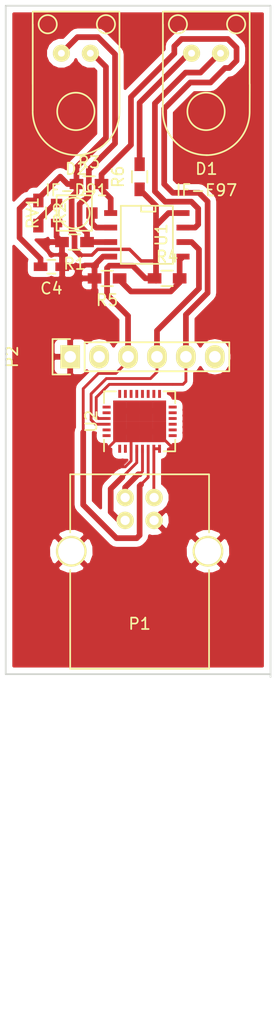
<source format=kicad_pcb>
(kicad_pcb (version 4) (host pcbnew 4.0.2-stable)

  (general
    (links 41)
    (no_connects 1)
    (area 83.337 70.25 107.750001 159.866001)
    (thickness 1.6)
    (drawings 7)
    (tracks 189)
    (zones 0)
    (modules 14)
    (nets 37)
  )

  (page A4)
  (layers
    (0 F.Cu signal)
    (31 B.Cu signal)
    (32 B.Adhes user)
    (33 F.Adhes user)
    (34 B.Paste user)
    (35 F.Paste user)
    (36 B.SilkS user)
    (37 F.SilkS user)
    (38 B.Mask user)
    (39 F.Mask user)
    (40 Dwgs.User user)
    (41 Cmts.User user)
    (42 Eco1.User user)
    (43 Eco2.User user)
    (44 Edge.Cuts user)
    (45 Margin user)
    (46 B.CrtYd user)
    (47 F.CrtYd user)
    (48 B.Fab user)
    (49 F.Fab user)
  )

  (setup
    (last_trace_width 0.5)
    (user_trace_width 0.3)
    (user_trace_width 0.5)
    (trace_clearance 0.2)
    (zone_clearance 0.508)
    (zone_45_only no)
    (trace_min 0.2)
    (segment_width 0.2)
    (edge_width 0.15)
    (via_size 0.6)
    (via_drill 0.4)
    (via_min_size 0.4)
    (via_min_drill 0.3)
    (uvia_size 0.3)
    (uvia_drill 0.1)
    (uvias_allowed no)
    (uvia_min_size 0.2)
    (uvia_min_drill 0.1)
    (pcb_text_width 0.3)
    (pcb_text_size 1.5 1.5)
    (mod_edge_width 0.15)
    (mod_text_size 1 1)
    (mod_text_width 0.15)
    (pad_size 1.5 1.5)
    (pad_drill 0.6)
    (pad_to_mask_clearance 0.2)
    (aux_axis_origin 0 0)
    (visible_elements 7FFFFFFF)
    (pcbplotparams
      (layerselection 0x00030_80000001)
      (usegerberextensions false)
      (excludeedgelayer true)
      (linewidth 0.100000)
      (plotframeref false)
      (viasonmask false)
      (mode 1)
      (useauxorigin false)
      (hpglpennumber 1)
      (hpglpenspeed 20)
      (hpglpendiameter 15)
      (hpglpenoverlay 2)
      (psnegative false)
      (psa4output false)
      (plotreference true)
      (plotvalue true)
      (plotinvisibletext false)
      (padsonsilk false)
      (subtractmaskfromsilk false)
      (outputformat 1)
      (mirror false)
      (drillshape 1)
      (scaleselection 1)
      (outputdirectory ""))
  )

  (net 0 "")
  (net 1 /GND)
  (net 2 /VCC)
  (net 3 "Net-(D1-Pad1)")
  (net 4 "Net-(D1-Pad2)")
  (net 5 "Net-(D2-Pad1)")
  (net 6 /RX)
  (net 7 /TX)
  (net 8 "Net-(R2-Pad2)")
  (net 9 "Net-(R4-Pad2)")
  (net 10 "Net-(RV1-Pad2)")
  (net 11 /D-)
  (net 12 /D+)
  (net 13 /RST)
  (net 14 /SUSP1)
  (net 15 /DCD)
  (net 16 /RI)
  (net 17 /SUSP2)
  (net 18 /CTS)
  (net 19 /RTS)
  (net 20 /DSR)
  (net 21 /DTR)
  (net 22 /Vdd)
  (net 23 "Net-(U2-Pad10)")
  (net 24 "Net-(U2-Pad13)")
  (net 25 "Net-(U2-Pad14)")
  (net 26 "Net-(U2-Pad15)")
  (net 27 "Net-(U2-Pad16)")
  (net 28 "Net-(U2-Pad17)")
  (net 29 "Net-(U2-Pad18)")
  (net 30 "Net-(U2-Pad19)")
  (net 31 "Net-(U2-Pad20)")
  (net 32 "Net-(U2-Pad21)")
  (net 33 "Net-(U2-Pad22)")
  (net 34 "Net-(P2-Pad2)")
  (net 35 "Net-(P2-Pad6)")
  (net 36 /Vbus)

  (net_class Default "This is the default net class."
    (clearance 0.2)
    (trace_width 0.25)
    (via_dia 0.6)
    (via_drill 0.4)
    (uvia_dia 0.3)
    (uvia_drill 0.1)
    (add_net /CTS)
    (add_net /D+)
    (add_net /D-)
    (add_net /DCD)
    (add_net /DSR)
    (add_net /DTR)
    (add_net /GND)
    (add_net /RI)
    (add_net /RST)
    (add_net /RTS)
    (add_net /RX)
    (add_net /SUSP1)
    (add_net /SUSP2)
    (add_net /TX)
    (add_net /VCC)
    (add_net /Vbus)
    (add_net /Vdd)
    (add_net "Net-(D1-Pad1)")
    (add_net "Net-(D1-Pad2)")
    (add_net "Net-(D2-Pad1)")
    (add_net "Net-(P2-Pad2)")
    (add_net "Net-(P2-Pad6)")
    (add_net "Net-(R2-Pad2)")
    (add_net "Net-(R4-Pad2)")
    (add_net "Net-(RV1-Pad2)")
    (add_net "Net-(U2-Pad10)")
    (add_net "Net-(U2-Pad13)")
    (add_net "Net-(U2-Pad14)")
    (add_net "Net-(U2-Pad15)")
    (add_net "Net-(U2-Pad16)")
    (add_net "Net-(U2-Pad17)")
    (add_net "Net-(U2-Pad18)")
    (add_net "Net-(U2-Pad19)")
    (add_net "Net-(U2-Pad20)")
    (add_net "Net-(U2-Pad21)")
    (add_net "Net-(U2-Pad22)")
  )

  (net_class Test ""
    (clearance 0.3)
    (trace_width 0.5)
    (via_dia 0.6)
    (via_drill 0.4)
    (uvia_dia 0.3)
    (uvia_drill 0.1)
  )

  (module Capacitors_SMD:C_0603_HandSoldering (layer F.Cu) (tedit 541A9B4D) (tstamp 570519D7)
    (at 88.011 93.59392 180)
    (descr "Capacitor SMD 0603, hand soldering")
    (tags "capacitor 0603")
    (path /5705332F)
    (attr smd)
    (fp_text reference C4 (at 0 -1.9 180) (layer F.SilkS)
      (effects (font (size 1 1) (thickness 0.15)))
    )
    (fp_text value C (at 0 1.9 180) (layer F.Fab)
      (effects (font (size 1 1) (thickness 0.15)))
    )
    (fp_line (start -1.85 -0.75) (end 1.85 -0.75) (layer F.CrtYd) (width 0.05))
    (fp_line (start -1.85 0.75) (end 1.85 0.75) (layer F.CrtYd) (width 0.05))
    (fp_line (start -1.85 -0.75) (end -1.85 0.75) (layer F.CrtYd) (width 0.05))
    (fp_line (start 1.85 -0.75) (end 1.85 0.75) (layer F.CrtYd) (width 0.05))
    (fp_line (start -0.35 -0.6) (end 0.35 -0.6) (layer F.SilkS) (width 0.15))
    (fp_line (start 0.35 0.6) (end -0.35 0.6) (layer F.SilkS) (width 0.15))
    (pad 1 smd rect (at -0.95 0 180) (size 1.2 0.75) (layers F.Cu F.Paste F.Mask)
      (net 1 /GND))
    (pad 2 smd rect (at 0.95 0 180) (size 1.2 0.75) (layers F.Cu F.Paste F.Mask)
      (net 2 /VCC))
    (model Capacitors_SMD.3dshapes/C_0603_HandSoldering.wrl
      (at (xyz 0 0 0))
      (scale (xyz 1 1 1))
      (rotate (xyz 0 0 0))
    )
  )

  (module hw:IF-E97 (layer F.Cu) (tedit 57051B85) (tstamp 570519E9)
    (at 101.6 80.01)
    (path /57029DC9)
    (fp_text reference D1 (at 0.02 5.02) (layer F.SilkS)
      (effects (font (size 1 1) (thickness 0.15)))
    )
    (fp_text value IF-E97 (at 0.03 6.89) (layer F.SilkS)
      (effects (font (size 1 1) (thickness 0.15)))
    )
    (fp_arc (start 0.03 -0.02) (end 0.12 3.81) (angle 90) (layer F.SilkS) (width 0.15))
    (fp_arc (start -0.01 -0.01) (end 3.82 -0.01) (angle 90) (layer F.SilkS) (width 0.15))
    (fp_line (start 3.83 -2.4) (end 3.82 -0.02) (layer F.SilkS) (width 0.15))
    (fp_circle (center -0.01 -0.01) (end 0 1.63) (layer F.SilkS) (width 0.15))
    (fp_line (start -3.79 -7.63) (end -3.8 -0.01) (layer F.SilkS) (width 0.15))
    (fp_line (start -3.79 -8.74) (end -2.46 -8.74) (layer F.SilkS) (width 0.15))
    (fp_circle (center 2.63 -7.64) (end 2.63 -6.84) (layer F.SilkS) (width 0.15))
    (fp_circle (center -2.48 -7.64) (end -2.49 -6.84) (layer F.SilkS) (width 0.15))
    (fp_line (start 3.82 -2.39) (end 3.82 -8.74) (layer F.SilkS) (width 0.15))
    (fp_line (start -3.8 -2.39) (end -3.8 -8.74) (layer F.SilkS) (width 0.15))
    (fp_line (start -3.8 -8.74) (end 3.82 -8.74) (layer F.SilkS) (width 0.15))
    (pad 1 thru_hole circle (at -1.28 -5.1) (size 1.5 1.5) (drill 0.6) (layers *.Mask F.Cu F.SilkS)
      (net 3 "Net-(D1-Pad1)"))
    (pad 2 thru_hole circle (at 1.26 -5.1) (size 1.5 1.5) (drill 0.6) (layers *.Mask F.Cu F.SilkS)
      (net 4 "Net-(D1-Pad2)"))
  )

  (module hw:IF-D91 (layer F.Cu) (tedit 57051B7E) (tstamp 570519EF)
    (at 90.17 80.01)
    (path /57029E87)
    (fp_text reference D2 (at 0.02 5.02) (layer F.SilkS)
      (effects (font (size 1 1) (thickness 0.15)))
    )
    (fp_text value IF-D91 (at 0.03 6.89) (layer F.SilkS)
      (effects (font (size 1 1) (thickness 0.15)))
    )
    (fp_arc (start 0.03 -0.02) (end 0.12 3.81) (angle 90) (layer F.SilkS) (width 0.15))
    (fp_arc (start -0.01 -0.01) (end 3.82 -0.01) (angle 90) (layer F.SilkS) (width 0.15))
    (fp_line (start 3.83 -2.4) (end 3.82 -0.02) (layer F.SilkS) (width 0.15))
    (fp_circle (center -0.01 -0.01) (end 0 1.63) (layer F.SilkS) (width 0.15))
    (fp_line (start -3.79 -7.63) (end -3.8 -0.01) (layer F.SilkS) (width 0.15))
    (fp_line (start -3.79 -8.74) (end -2.46 -8.74) (layer F.SilkS) (width 0.15))
    (fp_circle (center 2.63 -7.64) (end 2.63 -6.84) (layer F.SilkS) (width 0.15))
    (fp_circle (center -2.48 -7.64) (end -2.49 -6.84) (layer F.SilkS) (width 0.15))
    (fp_line (start 3.82 -2.39) (end 3.82 -8.74) (layer F.SilkS) (width 0.15))
    (fp_line (start -3.8 -2.39) (end -3.8 -8.74) (layer F.SilkS) (width 0.15))
    (fp_line (start -3.8 -8.74) (end 3.82 -8.74) (layer F.SilkS) (width 0.15))
    (pad 1 thru_hole circle (at -1.28 -5.1) (size 1.5 1.5) (drill 0.6) (layers *.Mask F.Cu F.SilkS)
      (net 5 "Net-(D2-Pad1)"))
    (pad 2 thru_hole circle (at 1.26 -5.1) (size 1.5 1.5) (drill 0.6) (layers *.Mask F.Cu F.SilkS)
      (net 22 /Vdd))
  )

  (module Resistors_SMD:R_0603_HandSoldering (layer F.Cu) (tedit 5418A00F) (tstamp 57051A36)
    (at 90.043 91.43492 180)
    (descr "Resistor SMD 0603, hand soldering")
    (tags "resistor 0603")
    (path /57025223)
    (attr smd)
    (fp_text reference R1 (at 0 -1.9 180) (layer F.SilkS)
      (effects (font (size 1 1) (thickness 0.15)))
    )
    (fp_text value 100k (at 0 1.9 180) (layer F.Fab)
      (effects (font (size 1 1) (thickness 0.15)))
    )
    (fp_line (start -2 -0.8) (end 2 -0.8) (layer F.CrtYd) (width 0.05))
    (fp_line (start -2 0.8) (end 2 0.8) (layer F.CrtYd) (width 0.05))
    (fp_line (start -2 -0.8) (end -2 0.8) (layer F.CrtYd) (width 0.05))
    (fp_line (start 2 -0.8) (end 2 0.8) (layer F.CrtYd) (width 0.05))
    (fp_line (start 0.5 0.675) (end -0.5 0.675) (layer F.SilkS) (width 0.15))
    (fp_line (start -0.5 -0.675) (end 0.5 -0.675) (layer F.SilkS) (width 0.15))
    (pad 1 smd rect (at -1.1 0 180) (size 1.2 0.9) (layers F.Cu F.Paste F.Mask)
      (net 5 "Net-(D2-Pad1)"))
    (pad 2 smd rect (at 1.1 0 180) (size 1.2 0.9) (layers F.Cu F.Paste F.Mask)
      (net 1 /GND))
    (model Resistors_SMD.3dshapes/R_0603_HandSoldering.wrl
      (at (xyz 0 0 0))
      (scale (xyz 1 1 1))
      (rotate (xyz 0 0 0))
    )
  )

  (module Resistors_SMD:R_0603_HandSoldering (layer F.Cu) (tedit 5418A00F) (tstamp 57051A3C)
    (at 86.868 88.89492 270)
    (descr "Resistor SMD 0603, hand soldering")
    (tags "resistor 0603")
    (path /57025332)
    (attr smd)
    (fp_text reference R2 (at 0 -1.9 270) (layer F.SilkS)
      (effects (font (size 1 1) (thickness 0.15)))
    )
    (fp_text value 47k (at 0 1.9 270) (layer F.Fab)
      (effects (font (size 1 1) (thickness 0.15)))
    )
    (fp_line (start -2 -0.8) (end 2 -0.8) (layer F.CrtYd) (width 0.05))
    (fp_line (start -2 0.8) (end 2 0.8) (layer F.CrtYd) (width 0.05))
    (fp_line (start -2 -0.8) (end -2 0.8) (layer F.CrtYd) (width 0.05))
    (fp_line (start 2 -0.8) (end 2 0.8) (layer F.CrtYd) (width 0.05))
    (fp_line (start 0.5 0.675) (end -0.5 0.675) (layer F.SilkS) (width 0.15))
    (fp_line (start -0.5 -0.675) (end 0.5 -0.675) (layer F.SilkS) (width 0.15))
    (pad 1 smd rect (at -1.1 0 270) (size 1.2 0.9) (layers F.Cu F.Paste F.Mask)
      (net 22 /Vdd))
    (pad 2 smd rect (at 1.1 0 270) (size 1.2 0.9) (layers F.Cu F.Paste F.Mask)
      (net 8 "Net-(R2-Pad2)"))
    (model Resistors_SMD.3dshapes/R_0603_HandSoldering.wrl
      (at (xyz 0 0 0))
      (scale (xyz 1 1 1))
      (rotate (xyz 0 0 0))
    )
  )

  (module Resistors_SMD:R_0603_HandSoldering (layer F.Cu) (tedit 5418A00F) (tstamp 57051A42)
    (at 91.313 86.35492)
    (descr "Resistor SMD 0603, hand soldering")
    (tags "resistor 0603")
    (path /5702575B)
    (attr smd)
    (fp_text reference R3 (at 0 -1.9) (layer F.SilkS)
      (effects (font (size 1 1) (thickness 0.15)))
    )
    (fp_text value 1k (at 0 1.9) (layer F.Fab)
      (effects (font (size 1 1) (thickness 0.15)))
    )
    (fp_line (start -2 -0.8) (end 2 -0.8) (layer F.CrtYd) (width 0.05))
    (fp_line (start -2 0.8) (end 2 0.8) (layer F.CrtYd) (width 0.05))
    (fp_line (start -2 -0.8) (end -2 0.8) (layer F.CrtYd) (width 0.05))
    (fp_line (start 2 -0.8) (end 2 0.8) (layer F.CrtYd) (width 0.05))
    (fp_line (start 0.5 0.675) (end -0.5 0.675) (layer F.SilkS) (width 0.15))
    (fp_line (start -0.5 -0.675) (end 0.5 -0.675) (layer F.SilkS) (width 0.15))
    (pad 1 smd rect (at -1.1 0) (size 1.2 0.9) (layers F.Cu F.Paste F.Mask)
      (net 22 /Vdd))
    (pad 2 smd rect (at 1.1 0) (size 1.2 0.9) (layers F.Cu F.Paste F.Mask)
      (net 6 /RX))
    (model Resistors_SMD.3dshapes/R_0603_HandSoldering.wrl
      (at (xyz 0 0 0))
      (scale (xyz 1 1 1))
      (rotate (xyz 0 0 0))
    )
  )

  (module Resistors_SMD:R_0603_HandSoldering (layer F.Cu) (tedit 5418A00F) (tstamp 57051A48)
    (at 98.171 94.60992)
    (descr "Resistor SMD 0603, hand soldering")
    (tags "resistor 0603")
    (path /57025951)
    (attr smd)
    (fp_text reference R4 (at 0 -1.9) (layer F.SilkS)
      (effects (font (size 1 1) (thickness 0.15)))
    )
    (fp_text value 4k7 (at 0 1.9) (layer F.Fab)
      (effects (font (size 1 1) (thickness 0.15)))
    )
    (fp_line (start -2 -0.8) (end 2 -0.8) (layer F.CrtYd) (width 0.05))
    (fp_line (start -2 0.8) (end 2 0.8) (layer F.CrtYd) (width 0.05))
    (fp_line (start -2 -0.8) (end -2 0.8) (layer F.CrtYd) (width 0.05))
    (fp_line (start 2 -0.8) (end 2 0.8) (layer F.CrtYd) (width 0.05))
    (fp_line (start 0.5 0.675) (end -0.5 0.675) (layer F.SilkS) (width 0.15))
    (fp_line (start -0.5 -0.675) (end 0.5 -0.675) (layer F.SilkS) (width 0.15))
    (pad 1 smd rect (at -1.1 0) (size 1.2 0.9) (layers F.Cu F.Paste F.Mask)
      (net 22 /Vdd))
    (pad 2 smd rect (at 1.1 0) (size 1.2 0.9) (layers F.Cu F.Paste F.Mask)
      (net 9 "Net-(R4-Pad2)"))
    (model Resistors_SMD.3dshapes/R_0603_HandSoldering.wrl
      (at (xyz 0 0 0))
      (scale (xyz 1 1 1))
      (rotate (xyz 0 0 0))
    )
  )

  (module Resistors_SMD:R_0603_HandSoldering (layer F.Cu) (tedit 5418A00F) (tstamp 57051A54)
    (at 95.758 85.71992 90)
    (descr "Resistor SMD 0603, hand soldering")
    (tags "resistor 0603")
    (path /57025B06)
    (attr smd)
    (fp_text reference R6 (at 0 -1.9 90) (layer F.SilkS)
      (effects (font (size 1 1) (thickness 0.15)))
    )
    (fp_text value 100 (at 0 1.9 90) (layer F.Fab)
      (effects (font (size 1 1) (thickness 0.15)))
    )
    (fp_line (start -2 -0.8) (end 2 -0.8) (layer F.CrtYd) (width 0.05))
    (fp_line (start -2 0.8) (end 2 0.8) (layer F.CrtYd) (width 0.05))
    (fp_line (start -2 -0.8) (end -2 0.8) (layer F.CrtYd) (width 0.05))
    (fp_line (start 2 -0.8) (end 2 0.8) (layer F.CrtYd) (width 0.05))
    (fp_line (start 0.5 0.675) (end -0.5 0.675) (layer F.SilkS) (width 0.15))
    (fp_line (start -0.5 -0.675) (end 0.5 -0.675) (layer F.SilkS) (width 0.15))
    (pad 1 smd rect (at -1.1 0 90) (size 1.2 0.9) (layers F.Cu F.Paste F.Mask)
      (net 22 /Vdd))
    (pad 2 smd rect (at 1.1 0 90) (size 1.2 0.9) (layers F.Cu F.Paste F.Mask)
      (net 3 "Net-(D1-Pad1)"))
    (model Resistors_SMD.3dshapes/R_0603_HandSoldering.wrl
      (at (xyz 0 0 0))
      (scale (xyz 1 1 1))
      (rotate (xyz 0 0 0))
    )
  )

  (module hw:smd_murrata_trimmer_pvz3a (layer F.Cu) (tedit 570268B8) (tstamp 57051A6D)
    (at 86.868 88.89492 270)
    (path /570253FB)
    (fp_text reference RV1 (at 0 0.5 270) (layer F.SilkS)
      (effects (font (size 1 1) (thickness 0.15)))
    )
    (fp_text value 10k (at 0 -0.5 270) (layer F.Fab)
      (effects (font (size 1 1) (thickness 0.15)))
    )
    (fp_circle (center 0 -3.15) (end -0.05 -1.8) (layer F.SilkS) (width 0.15))
    (fp_line (start -1.55 -1.6) (end 1.55 -1.6) (layer F.SilkS) (width 0.15))
    (fp_line (start 1.55 -1.6) (end 1.55 -4.7) (layer F.SilkS) (width 0.15))
    (fp_line (start 1.55 -4.7) (end -1.55 -4.7) (layer F.SilkS) (width 0.15))
    (fp_line (start -1.55 -4.7) (end -1.55 -1.6) (layer F.SilkS) (width 0.15))
    (pad 1 smd rect (at -0.875 -1.6 270) (size 0.75 1) (layers F.Cu F.Paste F.Mask)
      (net 8 "Net-(R2-Pad2)"))
    (pad 3 smd rect (at 0.875 -1.6 270) (size 0.75 1) (layers F.Cu F.Paste F.Mask)
      (net 1 /GND))
    (pad 2 smd rect (at 0 -4.7 270) (size 1 1) (layers F.Cu F.Paste F.Mask)
      (net 10 "Net-(RV1-Pad2)"))
  )

  (module SMD_Packages:SOIC-8-N (layer F.Cu) (tedit 0) (tstamp 57051A79)
    (at 96.393 90.79992 270)
    (descr "Module Narrow CMS SOJ 8 pins large")
    (tags "CMS SOJ")
    (path /57025466)
    (attr smd)
    (fp_text reference U1 (at 0 -1.27 270) (layer F.SilkS)
      (effects (font (size 1 1) (thickness 0.15)))
    )
    (fp_text value LM393 (at 0 1.27 270) (layer F.Fab)
      (effects (font (size 1 1) (thickness 0.15)))
    )
    (fp_line (start -2.54 -2.286) (end 2.54 -2.286) (layer F.SilkS) (width 0.15))
    (fp_line (start 2.54 -2.286) (end 2.54 2.286) (layer F.SilkS) (width 0.15))
    (fp_line (start 2.54 2.286) (end -2.54 2.286) (layer F.SilkS) (width 0.15))
    (fp_line (start -2.54 2.286) (end -2.54 -2.286) (layer F.SilkS) (width 0.15))
    (fp_line (start -2.54 -0.762) (end -2.032 -0.762) (layer F.SilkS) (width 0.15))
    (fp_line (start -2.032 -0.762) (end -2.032 0.508) (layer F.SilkS) (width 0.15))
    (fp_line (start -2.032 0.508) (end -2.54 0.508) (layer F.SilkS) (width 0.15))
    (pad 8 smd rect (at -1.905 -3.175 270) (size 0.508 1.143) (layers F.Cu F.Paste F.Mask)
      (net 22 /Vdd))
    (pad 7 smd rect (at -0.635 -3.175 270) (size 0.508 1.143) (layers F.Cu F.Paste F.Mask)
      (net 4 "Net-(D1-Pad2)"))
    (pad 6 smd rect (at 0.635 -3.175 270) (size 0.508 1.143) (layers F.Cu F.Paste F.Mask)
      (net 7 /TX))
    (pad 5 smd rect (at 1.905 -3.175 270) (size 0.508 1.143) (layers F.Cu F.Paste F.Mask)
      (net 9 "Net-(R4-Pad2)"))
    (pad 4 smd rect (at 1.905 3.175 270) (size 0.508 1.143) (layers F.Cu F.Paste F.Mask)
      (net 1 /GND))
    (pad 3 smd rect (at 0.635 3.175 270) (size 0.508 1.143) (layers F.Cu F.Paste F.Mask)
      (net 5 "Net-(D2-Pad1)"))
    (pad 2 smd rect (at -0.635 3.175 270) (size 0.508 1.143) (layers F.Cu F.Paste F.Mask)
      (net 10 "Net-(RV1-Pad2)"))
    (pad 1 smd rect (at -1.905 3.175 270) (size 0.508 1.143) (layers F.Cu F.Paste F.Mask)
      (net 6 /RX))
    (model SMD_Packages.3dshapes/SOIC-8-N.wrl
      (at (xyz 0 0 0))
      (scale (xyz 0.5 0.38 0.5))
      (rotate (xyz 0 0 0))
    )
  )

  (module Resistors_SMD:R_0603_HandSoldering (layer F.Cu) (tedit 5418A00F) (tstamp 570575D7)
    (at 92.9005 94.615 180)
    (descr "Resistor SMD 0603, hand soldering")
    (tags "resistor 0603")
    (path /570259EE)
    (attr smd)
    (fp_text reference R5 (at 0 -1.9 180) (layer F.SilkS)
      (effects (font (size 1 1) (thickness 0.15)))
    )
    (fp_text value 4k7 (at 0 1.9 180) (layer F.Fab)
      (effects (font (size 1 1) (thickness 0.15)))
    )
    (fp_line (start -2 -0.8) (end 2 -0.8) (layer F.CrtYd) (width 0.05))
    (fp_line (start -2 0.8) (end 2 0.8) (layer F.CrtYd) (width 0.05))
    (fp_line (start -2 -0.8) (end -2 0.8) (layer F.CrtYd) (width 0.05))
    (fp_line (start 2 -0.8) (end 2 0.8) (layer F.CrtYd) (width 0.05))
    (fp_line (start 0.5 0.675) (end -0.5 0.675) (layer F.SilkS) (width 0.15))
    (fp_line (start -0.5 -0.675) (end 0.5 -0.675) (layer F.SilkS) (width 0.15))
    (pad 1 smd rect (at -1.1 0 180) (size 1.2 0.9) (layers F.Cu F.Paste F.Mask)
      (net 9 "Net-(R4-Pad2)"))
    (pad 2 smd rect (at 1.1 0 180) (size 1.2 0.9) (layers F.Cu F.Paste F.Mask)
      (net 1 /GND))
    (model Resistors_SMD.3dshapes/R_0603_HandSoldering.wrl
      (at (xyz 0 0 0))
      (scale (xyz 1 1 1))
      (rotate (xyz 0 0 0))
    )
  )

  (module Housings_DFN_QFN:QFN-28-1EP_5x6mm_Pitch0.5mm (layer F.Cu) (tedit 54130A77) (tstamp 570575FF)
    (at 95.758 107.1245 90)
    (descr "UHE Package; 28-Lead Plastic QFN (5mm x 6mm); (see Linear Technology 05081932_0_UHE28.pdf)")
    (tags "QFN 0.5")
    (path /57057D88)
    (attr smd)
    (fp_text reference U2 (at 0 -4.25 90) (layer F.SilkS)
      (effects (font (size 1 1) (thickness 0.15)))
    )
    (fp_text value CP2102 (at 0 4.25 90) (layer F.Fab)
      (effects (font (size 1 1) (thickness 0.15)))
    )
    (fp_line (start -3 -3.5) (end -3 3.5) (layer F.CrtYd) (width 0.05))
    (fp_line (start 3 -3.5) (end 3 3.5) (layer F.CrtYd) (width 0.05))
    (fp_line (start -3 -3.5) (end 3 -3.5) (layer F.CrtYd) (width 0.05))
    (fp_line (start -3 3.5) (end 3 3.5) (layer F.CrtYd) (width 0.05))
    (fp_line (start 2.625 -3.125) (end 2.625 -2.1) (layer F.SilkS) (width 0.15))
    (fp_line (start -2.625 3.125) (end -2.625 2.1) (layer F.SilkS) (width 0.15))
    (fp_line (start 2.625 3.125) (end 2.625 2.1) (layer F.SilkS) (width 0.15))
    (fp_line (start -2.625 -3.125) (end -1.6 -3.125) (layer F.SilkS) (width 0.15))
    (fp_line (start -2.625 3.125) (end -1.6 3.125) (layer F.SilkS) (width 0.15))
    (fp_line (start 2.625 3.125) (end 1.6 3.125) (layer F.SilkS) (width 0.15))
    (fp_line (start 2.625 -3.125) (end 1.6 -3.125) (layer F.SilkS) (width 0.15))
    (pad 1 smd rect (at -2.4 -1.75 90) (size 0.7 0.25) (layers F.Cu F.Paste F.Mask)
      (net 15 /DCD))
    (pad 2 smd rect (at -2.4 -1.25 90) (size 0.7 0.25) (layers F.Cu F.Paste F.Mask)
      (net 16 /RI))
    (pad 3 smd rect (at -2.4 -0.75 90) (size 0.7 0.25) (layers F.Cu F.Paste F.Mask)
      (net 1 /GND))
    (pad 4 smd rect (at -2.4 -0.25 90) (size 0.7 0.25) (layers F.Cu F.Paste F.Mask)
      (net 12 /D+))
    (pad 5 smd rect (at -2.4 0.25 90) (size 0.7 0.25) (layers F.Cu F.Paste F.Mask)
      (net 11 /D-))
    (pad 6 smd rect (at -2.4 0.75 90) (size 0.7 0.25) (layers F.Cu F.Paste F.Mask)
      (net 22 /Vdd))
    (pad 7 smd rect (at -2.4 1.25 90) (size 0.7 0.25) (layers F.Cu F.Paste F.Mask)
      (net 36 /Vbus))
    (pad 8 smd rect (at -2.4 1.75 90) (size 0.7 0.25) (layers F.Cu F.Paste F.Mask)
      (net 36 /Vbus))
    (pad 9 smd rect (at -1.25 2.9 180) (size 0.7 0.25) (layers F.Cu F.Paste F.Mask)
      (net 13 /RST))
    (pad 10 smd rect (at -0.75 2.9 180) (size 0.7 0.25) (layers F.Cu F.Paste F.Mask)
      (net 23 "Net-(U2-Pad10)"))
    (pad 11 smd rect (at -0.25 2.9 180) (size 0.7 0.25) (layers F.Cu F.Paste F.Mask)
      (net 17 /SUSP2))
    (pad 12 smd rect (at 0.25 2.9 180) (size 0.7 0.25) (layers F.Cu F.Paste F.Mask)
      (net 14 /SUSP1))
    (pad 13 smd rect (at 0.75 2.9 180) (size 0.7 0.25) (layers F.Cu F.Paste F.Mask)
      (net 24 "Net-(U2-Pad13)"))
    (pad 14 smd rect (at 1.25 2.9 180) (size 0.7 0.25) (layers F.Cu F.Paste F.Mask)
      (net 25 "Net-(U2-Pad14)"))
    (pad 15 smd rect (at 2.4 1.75 90) (size 0.7 0.25) (layers F.Cu F.Paste F.Mask)
      (net 26 "Net-(U2-Pad15)"))
    (pad 16 smd rect (at 2.4 1.25 90) (size 0.7 0.25) (layers F.Cu F.Paste F.Mask)
      (net 27 "Net-(U2-Pad16)"))
    (pad 17 smd rect (at 2.4 0.75 90) (size 0.7 0.25) (layers F.Cu F.Paste F.Mask)
      (net 28 "Net-(U2-Pad17)"))
    (pad 18 smd rect (at 2.4 0.25 90) (size 0.7 0.25) (layers F.Cu F.Paste F.Mask)
      (net 29 "Net-(U2-Pad18)"))
    (pad 19 smd rect (at 2.4 -0.25 90) (size 0.7 0.25) (layers F.Cu F.Paste F.Mask)
      (net 30 "Net-(U2-Pad19)"))
    (pad 20 smd rect (at 2.4 -0.75 90) (size 0.7 0.25) (layers F.Cu F.Paste F.Mask)
      (net 31 "Net-(U2-Pad20)"))
    (pad 21 smd rect (at 2.4 -1.25 90) (size 0.7 0.25) (layers F.Cu F.Paste F.Mask)
      (net 32 "Net-(U2-Pad21)"))
    (pad 22 smd rect (at 2.4 -1.75 90) (size 0.7 0.25) (layers F.Cu F.Paste F.Mask)
      (net 33 "Net-(U2-Pad22)"))
    (pad 23 smd rect (at 1.25 -2.9 180) (size 0.7 0.25) (layers F.Cu F.Paste F.Mask)
      (net 18 /CTS))
    (pad 24 smd rect (at 0.75 -2.9 180) (size 0.7 0.25) (layers F.Cu F.Paste F.Mask)
      (net 19 /RTS))
    (pad 25 smd rect (at 0.25 -2.9 180) (size 0.7 0.25) (layers F.Cu F.Paste F.Mask)
      (net 6 /RX))
    (pad 26 smd rect (at -0.25 -2.9 180) (size 0.7 0.25) (layers F.Cu F.Paste F.Mask)
      (net 7 /TX))
    (pad 27 smd rect (at -0.75 -2.9 180) (size 0.7 0.25) (layers F.Cu F.Paste F.Mask)
      (net 20 /DSR))
    (pad 28 smd rect (at -1.25 -2.9 180) (size 0.7 0.25) (layers F.Cu F.Paste F.Mask)
      (net 21 /DTR))
    (pad 29 smd rect (at 0.9125 1.74375 90) (size 1.825 1.1625) (layers F.Cu F.Paste F.Mask)
      (net 1 /GND) (solder_paste_margin_ratio -0.2))
    (pad 29 smd rect (at 0.9125 0.58125 90) (size 1.825 1.1625) (layers F.Cu F.Paste F.Mask)
      (net 1 /GND) (solder_paste_margin_ratio -0.2))
    (pad 29 smd rect (at 0.9125 -0.58125 90) (size 1.825 1.1625) (layers F.Cu F.Paste F.Mask)
      (net 1 /GND) (solder_paste_margin_ratio -0.2))
    (pad 29 smd rect (at 0.9125 -1.74375 90) (size 1.825 1.1625) (layers F.Cu F.Paste F.Mask)
      (net 1 /GND) (solder_paste_margin_ratio -0.2))
    (pad 29 smd rect (at -0.9125 1.74375 90) (size 1.825 1.1625) (layers F.Cu F.Paste F.Mask)
      (net 1 /GND) (solder_paste_margin_ratio -0.2))
    (pad 29 smd rect (at -0.9125 0.58125 90) (size 1.825 1.1625) (layers F.Cu F.Paste F.Mask)
      (net 1 /GND) (solder_paste_margin_ratio -0.2))
    (pad 29 smd rect (at -0.9125 -0.58125 90) (size 1.825 1.1625) (layers F.Cu F.Paste F.Mask)
      (net 1 /GND) (solder_paste_margin_ratio -0.2))
    (pad 29 smd rect (at -0.9125 -1.74375 90) (size 1.825 1.1625) (layers F.Cu F.Paste F.Mask)
      (net 1 /GND) (solder_paste_margin_ratio -0.2))
    (model Housings_DFN_QFN.3dshapes/QFN-28-1EP_5x6mm_Pitch0.5mm.wrl
      (at (xyz 0 0 0))
      (scale (xyz 1 1 1))
      (rotate (xyz 0 0 0))
    )
  )

  (module Connect:USB_B (layer F.Cu) (tedit 55B36073) (tstamp 57065B00)
    (at 97.028 113.792 270)
    (descr "USB B connector")
    (tags "USB_B USB_DEV")
    (path /5705E8AC)
    (fp_text reference P1 (at 11.049 1.27 360) (layer F.SilkS)
      (effects (font (size 1 1) (thickness 0.15)))
    )
    (fp_text value USB_B (at 4.699 1.27 360) (layer F.Fab)
      (effects (font (size 1 1) (thickness 0.15)))
    )
    (fp_line (start 15.25 8.9) (end -2.3 8.9) (layer F.CrtYd) (width 0.05))
    (fp_line (start -2.3 8.9) (end -2.3 -6.35) (layer F.CrtYd) (width 0.05))
    (fp_line (start -2.3 -6.35) (end 15.25 -6.35) (layer F.CrtYd) (width 0.05))
    (fp_line (start 15.25 -6.35) (end 15.25 8.9) (layer F.CrtYd) (width 0.05))
    (fp_line (start 6.35 7.366) (end 14.986 7.366) (layer F.SilkS) (width 0.15))
    (fp_line (start -2.032 7.366) (end 3.048 7.366) (layer F.SilkS) (width 0.15))
    (fp_line (start 6.35 -4.826) (end 14.986 -4.826) (layer F.SilkS) (width 0.15))
    (fp_line (start -2.032 -4.826) (end 3.048 -4.826) (layer F.SilkS) (width 0.15))
    (fp_line (start 14.986 -4.826) (end 14.986 7.366) (layer F.SilkS) (width 0.15))
    (fp_line (start -2.032 7.366) (end -2.032 -4.826) (layer F.SilkS) (width 0.15))
    (pad 2 thru_hole circle (at 0 2.54 180) (size 1.524 1.524) (drill 0.8128) (layers *.Cu *.Mask F.SilkS)
      (net 11 /D-))
    (pad 1 thru_hole circle (at 0 0 180) (size 1.524 1.524) (drill 0.8128) (layers *.Cu *.Mask F.SilkS)
      (net 36 /Vbus))
    (pad 4 thru_hole circle (at 1.99898 0 180) (size 1.524 1.524) (drill 0.8128) (layers *.Cu *.Mask F.SilkS)
      (net 1 /GND))
    (pad 3 thru_hole circle (at 1.99898 2.54 180) (size 1.524 1.524) (drill 0.8128) (layers *.Cu *.Mask F.SilkS)
      (net 12 /D+))
    (pad 5 thru_hole circle (at 4.699 7.26948 180) (size 2.70002 2.70002) (drill 2.30124) (layers *.Cu *.Mask F.SilkS)
      (net 1 /GND))
    (pad 5 thru_hole circle (at 4.699 -4.72948 180) (size 2.70002 2.70002) (drill 2.30124) (layers *.Cu *.Mask F.SilkS)
      (net 1 /GND))
    (model Connect.3dshapes/USB_B.wrl
      (at (xyz 0.185 -0.05 0.001))
      (scale (xyz 0.3937 0.3937 0.3937))
      (rotate (xyz 0 0 -90))
    )
  )

  (module Pin_Headers:Pin_Header_Straight_1x06 (layer F.Cu) (tedit 0) (tstamp 57065B0A)
    (at 89.662 101.473 90)
    (descr "Through hole pin header")
    (tags "pin header")
    (path /570621E4)
    (fp_text reference P2 (at 0 -5.1 90) (layer F.SilkS)
      (effects (font (size 1 1) (thickness 0.15)))
    )
    (fp_text value CONN_01X06 (at 0 -3.1 90) (layer F.Fab)
      (effects (font (size 1 1) (thickness 0.15)))
    )
    (fp_line (start -1.75 -1.75) (end -1.75 14.45) (layer F.CrtYd) (width 0.05))
    (fp_line (start 1.75 -1.75) (end 1.75 14.45) (layer F.CrtYd) (width 0.05))
    (fp_line (start -1.75 -1.75) (end 1.75 -1.75) (layer F.CrtYd) (width 0.05))
    (fp_line (start -1.75 14.45) (end 1.75 14.45) (layer F.CrtYd) (width 0.05))
    (fp_line (start 1.27 1.27) (end 1.27 13.97) (layer F.SilkS) (width 0.15))
    (fp_line (start 1.27 13.97) (end -1.27 13.97) (layer F.SilkS) (width 0.15))
    (fp_line (start -1.27 13.97) (end -1.27 1.27) (layer F.SilkS) (width 0.15))
    (fp_line (start 1.55 -1.55) (end 1.55 0) (layer F.SilkS) (width 0.15))
    (fp_line (start 1.27 1.27) (end -1.27 1.27) (layer F.SilkS) (width 0.15))
    (fp_line (start -1.55 0) (end -1.55 -1.55) (layer F.SilkS) (width 0.15))
    (fp_line (start -1.55 -1.55) (end 1.55 -1.55) (layer F.SilkS) (width 0.15))
    (pad 1 thru_hole rect (at 0 0 90) (size 2.032 1.7272) (drill 1.016) (layers *.Cu *.Mask F.SilkS)
      (net 1 /GND))
    (pad 2 thru_hole oval (at 0 2.54 90) (size 2.032 1.7272) (drill 1.016) (layers *.Cu *.Mask F.SilkS)
      (net 34 "Net-(P2-Pad2)"))
    (pad 3 thru_hole oval (at 0 5.08 90) (size 2.032 1.7272) (drill 1.016) (layers *.Cu *.Mask F.SilkS)
      (net 22 /Vdd))
    (pad 4 thru_hole oval (at 0 7.62 90) (size 2.032 1.7272) (drill 1.016) (layers *.Cu *.Mask F.SilkS)
      (net 7 /TX))
    (pad 5 thru_hole oval (at 0 10.16 90) (size 2.032 1.7272) (drill 1.016) (layers *.Cu *.Mask F.SilkS)
      (net 6 /RX))
    (pad 6 thru_hole oval (at 0 12.7 90) (size 2.032 1.7272) (drill 1.016) (layers *.Cu *.Mask F.SilkS)
      (net 35 "Net-(P2-Pad6)"))
    (model Pin_Headers.3dshapes/Pin_Header_Straight_1x06.wrl
      (at (xyz 0 -0.25 0))
      (scale (xyz 1 1 1))
      (rotate (xyz 0 0 90))
    )
  )

  (gr_line (start 106.6 71.3) (end 106.6 132.1) (angle 90) (layer Eco2.User) (width 0.2))
  (gr_line (start 96.012 159.766) (end 97.409 159.766) (angle 90) (layer Eco2.User) (width 0.2))
  (gr_line (start 107.25 129.25) (end 107.25 129.5) (angle 90) (layer Edge.Cuts) (width 0.15))
  (gr_line (start 84 129.25) (end 107.25 129.25) (angle 90) (layer Edge.Cuts) (width 0.15))
  (gr_line (start 84 70.75) (end 107.25 70.75) (angle 90) (layer Edge.Cuts) (width 0.15))
  (gr_line (start 107.25 129.25) (end 107.25 70.75) (angle 90) (layer Edge.Cuts) (width 0.15))
  (gr_line (start 84 129.25) (end 84 70.75) (angle 90) (layer Edge.Cuts) (width 0.15))

  (segment (start 91.8005 94.615) (end 91.8005 93.4495) (width 0.5) (layer F.Cu) (net 1) (status 400000))
  (segment (start 92.54508 92.70492) (end 93.218 92.70492) (width 0.5) (layer F.Cu) (net 1) (tstamp 57065ED7) (status 800000))
  (segment (start 91.8005 93.4495) (end 92.54508 92.70492) (width 0.5) (layer F.Cu) (net 1) (tstamp 57065ED5))
  (segment (start 94.01425 108.037) (end 94.01425 108.42375) (width 0.25) (layer F.Cu) (net 1))
  (segment (start 94.01425 108.42375) (end 92.202 110.236) (width 0.25) (layer F.Cu) (net 1) (tstamp 57065D1E))
  (segment (start 97.50175 108.037) (end 97.50175 108.29675) (width 0.25) (layer F.Cu) (net 1))
  (segment (start 97.50175 108.29675) (end 99.568 110.363) (width 0.25) (layer F.Cu) (net 1) (tstamp 57065D18))
  (segment (start 99.568 110.363) (end 99.822 110.363) (width 0.25) (layer F.Cu) (net 1) (tstamp 57065D19))
  (segment (start 95.008 109.5245) (end 95.008 108.20575) (width 0.25) (layer F.Cu) (net 1))
  (segment (start 95.008 108.20575) (end 95.17675 108.037) (width 0.25) (layer F.Cu) (net 1) (tstamp 57065D14))
  (segment (start 95.008 109.5245) (end 95.008 110.592) (width 0.25) (layer F.Cu) (net 1))
  (segment (start 94.5 111.1) (end 93.6 111.1) (width 0.25) (layer F.Cu) (net 1) (tstamp 570580D0))
  (segment (start 95.008 110.592) (end 94.5 111.1) (width 0.25) (layer F.Cu) (net 1) (tstamp 570580CE))
  (segment (start 88.943 91.43492) (end 88.943 93.57592) (width 0.5) (layer F.Cu) (net 1))
  (segment (start 88.943 93.57592) (end 88.961 93.59392) (width 0.5) (layer F.Cu) (net 1) (tstamp 5705317B))
  (segment (start 88.468 89.76992) (end 88.468 90.95992) (width 0.5) (layer F.Cu) (net 1))
  (segment (start 88.468 90.95992) (end 88.943 91.43492) (width 0.5) (layer F.Cu) (net 1) (tstamp 57053173))
  (segment (start 87.061 93.59392) (end 87.061 92.89792) (width 0.5) (layer F.Cu) (net 2))
  (segment (start 87.061 92.89792) (end 85.217 91.05392) (width 0.5) (layer F.Cu) (net 2) (tstamp 57053141))
  (segment (start 95.758 84.61992) (end 95.758 79.242) (width 0.5) (layer F.Cu) (net 3))
  (segment (start 95.758 79.242) (end 100.09 74.91) (width 0.5) (layer F.Cu) (net 3) (tstamp 57057F06))
  (segment (start 100.09 74.91) (end 100.32 74.91) (width 0.5) (layer F.Cu) (net 3) (tstamp 57057F08))
  (segment (start 99.568 90.16492) (end 100.63508 90.16492) (width 0.5) (layer F.Cu) (net 4))
  (segment (start 101.1 76.6) (end 102.79 74.91) (width 0.5) (layer F.Cu) (net 4) (tstamp 570580BC))
  (segment (start 99.8 76.6) (end 101.1 76.6) (width 0.5) (layer F.Cu) (net 4) (tstamp 570580B6))
  (segment (start 97.1 79.3) (end 99.8 76.6) (width 0.5) (layer F.Cu) (net 4) (tstamp 570580B1))
  (segment (start 97.1 87) (end 97.1 79.3) (width 0.5) (layer F.Cu) (net 4) (tstamp 570580B0))
  (segment (start 98 87.9) (end 97.1 87) (width 0.5) (layer F.Cu) (net 4) (tstamp 570580AE))
  (segment (start 100.3 87.9) (end 98 87.9) (width 0.5) (layer F.Cu) (net 4) (tstamp 570580AB))
  (segment (start 100.9 88.5) (end 100.3 87.9) (width 0.5) (layer F.Cu) (net 4) (tstamp 570580AA))
  (segment (start 100.9 89.9) (end 100.9 88.5) (width 0.5) (layer F.Cu) (net 4) (tstamp 570580A9))
  (segment (start 100.63508 90.16492) (end 100.9 89.9) (width 0.5) (layer F.Cu) (net 4) (tstamp 570580A8))
  (segment (start 102.79 74.91) (end 102.86 74.91) (width 0.5) (layer F.Cu) (net 4) (tstamp 570580BE))
  (segment (start 102.86 75.04) (end 102.86 74.91) (width 0.5) (layer F.Cu) (net 4) (tstamp 57058063))
  (segment (start 91.3 85.1) (end 92.5 83.9) (width 0.5) (layer F.Cu) (net 5))
  (segment (start 91.143 90.643) (end 90.489002 89.989002) (width 0.5) (layer F.Cu) (net 5) (tstamp 57057EC7))
  (segment (start 90.489002 89.989002) (end 90.489002 88.1) (width 0.5) (layer F.Cu) (net 5) (tstamp 57057EC8))
  (segment (start 90.489002 88.1) (end 90.8 87.789002) (width 0.5) (layer F.Cu) (net 5) (tstamp 57057ECA))
  (segment (start 90.8 87.789002) (end 90.910998 87.789002) (width 0.5) (layer F.Cu) (net 5) (tstamp 57057ECF))
  (segment (start 90.910998 87.789002) (end 91.3 87.4) (width 0.5) (layer F.Cu) (net 5) (tstamp 57057ED1))
  (segment (start 91.3 87.4) (end 91.3 85.1) (width 0.5) (layer F.Cu) (net 5) (tstamp 57057ED3))
  (segment (start 91.143 91.43492) (end 91.143 90.643) (width 0.5) (layer F.Cu) (net 5))
  (segment (start 90.3 73.5) (end 88.89 74.91) (width 0.5) (layer F.Cu) (net 5) (tstamp 57057EF2))
  (segment (start 92.1 73.5) (end 90.3 73.5) (width 0.5) (layer F.Cu) (net 5) (tstamp 57057EF1))
  (segment (start 93.6 75) (end 92.1 73.5) (width 0.5) (layer F.Cu) (net 5) (tstamp 57057EE8))
  (segment (start 93.6 82.8) (end 93.6 75) (width 0.5) (layer F.Cu) (net 5) (tstamp 57057EE7))
  (segment (start 92.5 83.9) (end 93.6 82.8) (width 0.5) (layer F.Cu) (net 5) (tstamp 57057EDC))
  (segment (start 91.143 91.43492) (end 91.143 91.26492) (width 0.5) (layer F.Cu) (net 5))
  (segment (start 91.143 91.43492) (end 93.218 91.43492) (width 0.5) (layer F.Cu) (net 5))
  (segment (start 99.822 101.473) (end 99.822 97.79) (width 0.5) (layer F.Cu) (net 6))
  (segment (start 92.413 85.514) (end 92.413 86.35492) (width 0.5) (layer F.Cu) (net 6) (tstamp 57065D8F))
  (segment (start 94.996 82.931) (end 92.413 85.514) (width 0.5) (layer F.Cu) (net 6) (tstamp 57065D8E))
  (segment (start 94.996 78.74) (end 94.996 82.931) (width 0.5) (layer F.Cu) (net 6) (tstamp 57065D8B))
  (segment (start 98.806 74.93) (end 94.996 78.74) (width 0.5) (layer F.Cu) (net 6) (tstamp 57065D89))
  (segment (start 98.806 74.295) (end 98.806 74.93) (width 0.5) (layer F.Cu) (net 6) (tstamp 57065D88))
  (segment (start 99.441 73.66) (end 98.806 74.295) (width 0.5) (layer F.Cu) (net 6) (tstamp 57065D85))
  (segment (start 103.505 73.66) (end 99.441 73.66) (width 0.5) (layer F.Cu) (net 6) (tstamp 57065D84))
  (segment (start 104.267 74.422) (end 103.505 73.66) (width 0.5) (layer F.Cu) (net 6) (tstamp 57065D82))
  (segment (start 104.267 75.565) (end 104.267 74.422) (width 0.5) (layer F.Cu) (net 6) (tstamp 57065D81))
  (segment (start 103.632 76.2) (end 104.267 75.565) (width 0.5) (layer F.Cu) (net 6) (tstamp 57065D80))
  (segment (start 103.251 76.2) (end 103.632 76.2) (width 0.5) (layer F.Cu) (net 6) (tstamp 57065D7E))
  (segment (start 101.981 77.47) (end 103.251 76.2) (width 0.5) (layer F.Cu) (net 6) (tstamp 57065D7B))
  (segment (start 100.203 77.47) (end 101.981 77.47) (width 0.5) (layer F.Cu) (net 6) (tstamp 57065D7A))
  (segment (start 97.917 79.756) (end 100.203 77.47) (width 0.5) (layer F.Cu) (net 6) (tstamp 57065D78))
  (segment (start 97.917 86.36) (end 97.917 79.756) (width 0.5) (layer F.Cu) (net 6) (tstamp 57065D74))
  (segment (start 98.679 87.122) (end 97.917 86.36) (width 0.5) (layer F.Cu) (net 6) (tstamp 57065D73))
  (segment (start 100.965 87.122) (end 98.679 87.122) (width 0.5) (layer F.Cu) (net 6) (tstamp 57065D71))
  (segment (start 101.727 87.884) (end 100.965 87.122) (width 0.5) (layer F.Cu) (net 6) (tstamp 57065D6E))
  (segment (start 101.727 95.885) (end 101.727 87.884) (width 0.5) (layer F.Cu) (net 6) (tstamp 57065D6C))
  (segment (start 99.822 97.79) (end 101.727 95.885) (width 0.5) (layer F.Cu) (net 6) (tstamp 57065D68))
  (segment (start 92.858 106.8745) (end 92.1425 106.8745) (width 0.25) (layer F.Cu) (net 6))
  (segment (start 99.822 103.632) (end 99.822 101.473) (width 0.25) (layer F.Cu) (net 6) (tstamp 57065CA2))
  (segment (start 99.568 103.886) (end 99.822 103.632) (width 0.25) (layer F.Cu) (net 6) (tstamp 57065CA0))
  (segment (start 98.679 103.886) (end 99.568 103.886) (width 0.25) (layer F.Cu) (net 6) (tstamp 57065C9F))
  (segment (start 97.536 103.886) (end 98.679 103.886) (width 0.25) (layer F.Cu) (net 6) (tstamp 57065C9A))
  (segment (start 96.901 103.886) (end 97.536 103.886) (width 0.25) (layer F.Cu) (net 6) (tstamp 57065C96))
  (segment (start 93.091 103.886) (end 96.901 103.886) (width 0.25) (layer F.Cu) (net 6) (tstamp 57065C94))
  (segment (start 91.948 105.029) (end 93.091 103.886) (width 0.25) (layer F.Cu) (net 6) (tstamp 57065C93))
  (segment (start 91.948 106.68) (end 91.948 105.029) (width 0.25) (layer F.Cu) (net 6) (tstamp 57065C91))
  (segment (start 92.1425 106.8745) (end 91.948 106.68) (width 0.25) (layer F.Cu) (net 6) (tstamp 57065C90))
  (segment (start 92.413 86.35492) (end 92.413 86.287) (width 0.5) (layer F.Cu) (net 6))
  (segment (start 93.218 88.89492) (end 93.218 88.773) (width 0.5) (layer F.Cu) (net 6))
  (segment (start 92.413 86.35492) (end 92.583 86.35492) (width 0.5) (layer F.Cu) (net 6))
  (segment (start 92.413 86.35492) (end 92.413 86.81992) (width 0.5) (layer F.Cu) (net 6))
  (segment (start 93.218 87.62492) (end 93.218 88.89492) (width 0.5) (layer F.Cu) (net 6) (tstamp 5705216A))
  (segment (start 92.413 86.81992) (end 93.218 87.62492) (width 0.5) (layer F.Cu) (net 6) (tstamp 57052169))
  (segment (start 97.282 101.473) (end 97.282 99.187) (width 0.5) (layer F.Cu) (net 7))
  (segment (start 100.32492 91.43492) (end 99.568 91.43492) (width 0.5) (layer F.Cu) (net 7) (tstamp 57065D35))
  (segment (start 100.965 92.075) (end 100.32492 91.43492) (width 0.5) (layer F.Cu) (net 7) (tstamp 57065D34))
  (segment (start 100.965 95.504) (end 100.965 92.075) (width 0.5) (layer F.Cu) (net 7) (tstamp 57065D33))
  (segment (start 97.282 99.187) (end 100.965 95.504) (width 0.5) (layer F.Cu) (net 7) (tstamp 57065D31))
  (segment (start 92.858 107.3745) (end 91.8805 107.3745) (width 0.25) (layer F.Cu) (net 7))
  (segment (start 97.282 102.812002) (end 97.282 101.473) (width 0.25) (layer F.Cu) (net 7) (tstamp 57065CB8))
  (segment (start 96.716002 103.378) (end 97.282 102.812002) (width 0.25) (layer F.Cu) (net 7) (tstamp 57065CB7))
  (segment (start 92.837 103.378) (end 96.716002 103.378) (width 0.25) (layer F.Cu) (net 7) (tstamp 57065CB6))
  (segment (start 91.497998 104.717002) (end 92.837 103.378) (width 0.25) (layer F.Cu) (net 7) (tstamp 57065CAE))
  (segment (start 91.497998 106.991998) (end 91.497998 104.717002) (width 0.25) (layer F.Cu) (net 7) (tstamp 57065CAC))
  (segment (start 91.8805 107.3745) (end 91.497998 106.991998) (width 0.25) (layer F.Cu) (net 7) (tstamp 57065CA8))
  (segment (start 99.568 91.43492) (end 100.13442 91.43492) (width 0.5) (layer F.Cu) (net 7))
  (segment (start 86.868 89.99492) (end 86.868 89.52992) (width 0.5) (layer F.Cu) (net 8))
  (segment (start 86.868 89.52992) (end 88.378 88.01992) (width 0.5) (layer F.Cu) (net 8) (tstamp 57052061))
  (segment (start 88.378 88.01992) (end 88.468 88.01992) (width 0.5) (layer F.Cu) (net 8) (tstamp 57052063))
  (segment (start 99.271 94.60992) (end 99.271 94.9755) (width 0.5) (layer F.Cu) (net 9))
  (segment (start 99.271 94.9755) (end 98.4885 95.758) (width 0.5) (layer F.Cu) (net 9) (tstamp 57057B4B))
  (segment (start 94.996 95.758) (end 94.0005 94.7625) (width 0.5) (layer F.Cu) (net 9) (tstamp 57057B4D))
  (segment (start 98.4885 95.758) (end 94.996 95.758) (width 0.5) (layer F.Cu) (net 9) (tstamp 57057B4C))
  (segment (start 94.0005 94.7625) (end 94.0005 94.615) (width 0.5) (layer F.Cu) (net 9) (tstamp 57057B4E))
  (segment (start 94.0005 94.615) (end 94.2975 94.615) (width 0.5) (layer F.Cu) (net 9))
  (segment (start 99.271 94.60992) (end 99.271 93.00192) (width 0.5) (layer F.Cu) (net 9))
  (segment (start 99.271 93.00192) (end 99.568 92.70492) (width 0.5) (layer F.Cu) (net 9) (tstamp 57057681))
  (segment (start 99.398 92.87492) (end 99.568 92.70492) (width 0.5) (layer F.Cu) (net 9) (tstamp 570520C3))
  (segment (start 91.568 88.89492) (end 91.568 89.78492) (width 0.5) (layer F.Cu) (net 10))
  (segment (start 91.948 90.16492) (end 93.218 90.16492) (width 0.5) (layer F.Cu) (net 10) (tstamp 57052086))
  (segment (start 91.568 89.78492) (end 91.948 90.16492) (width 0.5) (layer F.Cu) (net 10) (tstamp 57052085))
  (segment (start 94.488 113.792) (end 94.488 112.903) (width 0.5) (layer F.Cu) (net 11))
  (segment (start 96.008 111.51) (end 96.008 109.5245) (width 0.25) (layer F.Cu) (net 11) (tstamp 57065C39))
  (segment (start 95.758 111.76) (end 96.008 111.51) (width 0.25) (layer F.Cu) (net 11) (tstamp 57065C31))
  (segment (start 95.631 111.76) (end 95.758 111.76) (width 0.5) (layer F.Cu) (net 11) (tstamp 57065C30))
  (segment (start 94.488 112.903) (end 95.631 111.76) (width 0.5) (layer F.Cu) (net 11) (tstamp 57065C2C))
  (segment (start 94.488 113.792) (end 94.615 113.792) (width 0.5) (layer F.Cu) (net 11))
  (segment (start 95.508 109.5245) (end 95.508 110.74) (width 0.25) (layer F.Cu) (net 12))
  (segment (start 93.218 115.062) (end 93.94698 115.79098) (width 0.5) (layer F.Cu) (net 12) (tstamp 57065C4C))
  (segment (start 93.218 113.03) (end 93.218 115.062) (width 0.5) (layer F.Cu) (net 12) (tstamp 57065C46))
  (segment (start 94.234 112.014) (end 93.218 113.03) (width 0.5) (layer F.Cu) (net 12) (tstamp 57065C45))
  (segment (start 95.508 110.74) (end 94.234 112.014) (width 0.25) (layer F.Cu) (net 12) (tstamp 57065C42))
  (segment (start 93.94698 115.79098) (end 94.488 115.79098) (width 0.5) (layer F.Cu) (net 12) (tstamp 57065C4D))
  (segment (start 94.4245 115.98148) (end 94.4245 115.951) (width 0.25) (layer F.Cu) (net 12))
  (segment (start 94.4245 115.98148) (end 94.39148 115.98148) (width 0.25) (layer F.Cu) (net 12))
  (segment (start 94.742 101.473) (end 94.742 97.892) (width 0.5) (layer F.Cu) (net 22) (status 400000))
  (segment (start 96.25992 94.60992) (end 97.071 94.60992) (width 0.5) (layer F.Cu) (net 22) (tstamp 57065EB5) (status 800000))
  (segment (start 95.15 93.5) (end 96.25992 94.60992) (width 0.5) (layer F.Cu) (net 22) (tstamp 57065EB4))
  (segment (start 93.1 93.5) (end 95.15 93.5) (width 0.5) (layer F.Cu) (net 22) (tstamp 57065EB3))
  (segment (start 92.9 93.7) (end 93.1 93.5) (width 0.5) (layer F.Cu) (net 22) (tstamp 57065EAE))
  (segment (start 92.9 94.85) (end 92.9 93.7) (width 0.5) (layer F.Cu) (net 22) (tstamp 57065EAD))
  (segment (start 92.9 96.05) (end 92.9 94.85) (width 0.5) (layer F.Cu) (net 22) (tstamp 57065EAC))
  (segment (start 94.742 97.892) (end 92.9 96.05) (width 0.5) (layer F.Cu) (net 22) (tstamp 57065EA9))
  (segment (start 90.213 86.35492) (end 90.213 84.887) (width 0.5) (layer F.Cu) (net 22))
  (segment (start 92.8 76.1) (end 91.61 74.91) (width 0.5) (layer F.Cu) (net 22) (tstamp 57057EF9))
  (segment (start 92.8 82.3) (end 92.8 76.1) (width 0.5) (layer F.Cu) (net 22) (tstamp 57057EF7))
  (segment (start 90.213 84.887) (end 92.8 82.3) (width 0.5) (layer F.Cu) (net 22) (tstamp 57057EF6))
  (segment (start 91.61 74.91) (end 91.43 74.91) (width 0.5) (layer F.Cu) (net 22) (tstamp 57057EFB))
  (segment (start 90.213 86.35492) (end 90.213 87.07392) (width 0.5) (layer F.Cu) (net 22))
  (segment (start 95.885 93.08592) (end 97.198 93.08592) (width 0.3) (layer F.Cu) (net 22) (tstamp 570576A5))
  (segment (start 94.869 92.06992) (end 95.885 93.08592) (width 0.3) (layer F.Cu) (net 22) (tstamp 570576A4))
  (segment (start 92.075 92.06992) (end 94.869 92.06992) (width 0.3) (layer F.Cu) (net 22) (tstamp 570576A3))
  (segment (start 91.567 92.57792) (end 92.075 92.06992) (width 0.3) (layer F.Cu) (net 22) (tstamp 570576A2))
  (segment (start 90.551 92.57792) (end 91.567 92.57792) (width 0.3) (layer F.Cu) (net 22) (tstamp 570576A1))
  (segment (start 90.043 92.06992) (end 90.551 92.57792) (width 0.5) (layer F.Cu) (net 22) (tstamp 570576A0))
  (segment (start 90.043 90.79992) (end 90.043 92.06992) (width 0.5) (layer F.Cu) (net 22) (tstamp 5705769F))
  (segment (start 89.789 90.54592) (end 90.043 90.79992) (width 0.5) (layer F.Cu) (net 22) (tstamp 5705769E))
  (segment (start 89.789 87.49792) (end 89.789 90.54592) (width 0.5) (layer F.Cu) (net 22) (tstamp 5705769D))
  (segment (start 90.213 87.07392) (end 89.789 87.49792) (width 0.5) (layer F.Cu) (net 22) (tstamp 5705769C))
  (segment (start 97.198 90.03792) (end 97.198 93.08592) (width 0.5) (layer F.Cu) (net 22))
  (segment (start 97.198 93.08592) (end 97.198 94.48292) (width 0.5) (layer F.Cu) (net 22) (tstamp 570576A8))
  (segment (start 97.198 94.48292) (end 97.071 94.60992) (width 0.5) (layer F.Cu) (net 22) (tstamp 5705767E))
  (segment (start 97.198 94.82092) (end 97.198 94.60992) (width 0.5) (layer F.Cu) (net 22) (tstamp 570531C2))
  (segment (start 85.936 87.79492) (end 86.868 87.79492) (width 0.5) (layer F.Cu) (net 22) (tstamp 57053146))
  (segment (start 85.217 88.51392) (end 85.936 87.79492) (width 0.5) (layer F.Cu) (net 22) (tstamp 57053145))
  (segment (start 85.217 91.05392) (end 85.217 88.51392) (width 0.5) (layer F.Cu) (net 22) (tstamp 57053142))
  (segment (start 90.213 86.35492) (end 89.428 86.35492) (width 0.5) (layer F.Cu) (net 22))
  (segment (start 89.428 86.35492) (end 88.783 85.70992) (width 0.5) (layer F.Cu) (net 22) (tstamp 5705216D))
  (segment (start 97.198 90.16492) (end 97.198 90.03792) (width 0.5) (layer F.Cu) (net 22))
  (segment (start 97.198 90.03792) (end 97.198 88.25992) (width 0.5) (layer F.Cu) (net 22) (tstamp 5705767C))
  (segment (start 97.198 88.25992) (end 95.758 86.81992) (width 0.5) (layer F.Cu) (net 22) (tstamp 5705212D))
  (segment (start 97.198 90.16492) (end 97.198 89.99492) (width 0.5) (layer F.Cu) (net 22) (tstamp 5705212B))
  (segment (start 98.298 88.89492) (end 99.568 88.89492) (width 0.5) (layer F.Cu) (net 22) (tstamp 570520C9))
  (segment (start 97.198 89.99492) (end 98.298 88.89492) (width 0.5) (layer F.Cu) (net 22) (tstamp 570520C8))
  (segment (start 88.783 85.70992) (end 86.868 87.62492) (width 0.5) (layer F.Cu) (net 22) (tstamp 57052070))
  (segment (start 86.868 87.62492) (end 86.868 87.79492) (width 0.5) (layer F.Cu) (net 22) (tstamp 57052071))
  (segment (start 94.742 101.473) (end 94.742 101.854) (width 0.25) (layer F.Cu) (net 22))
  (segment (start 94.742 101.854) (end 93.668002 102.927998) (width 0.25) (layer F.Cu) (net 22) (tstamp 57065CC1))
  (segment (start 93.668002 102.927998) (end 92.144002 102.927998) (width 0.25) (layer F.Cu) (net 22) (tstamp 57065CC4))
  (segment (start 92.144002 102.927998) (end 90.805 104.267) (width 0.25) (layer F.Cu) (net 22) (tstamp 57065CC5))
  (segment (start 90.805 104.267) (end 90.805 108.077) (width 0.25) (layer F.Cu) (net 22) (tstamp 57065CC6))
  (segment (start 90.805 108.077) (end 90.805 114.173) (width 0.5) (layer F.Cu) (net 22) (tstamp 57065CC7))
  (segment (start 90.805 114.173) (end 90.805 114.3) (width 0.5) (layer F.Cu) (net 22) (tstamp 57065CD2))
  (segment (start 90.805 114.3) (end 90.805 114.427) (width 0.5) (layer F.Cu) (net 22) (tstamp 57065CDA))
  (segment (start 90.805 114.427) (end 92.202 115.824) (width 0.5) (layer F.Cu) (net 22) (tstamp 57065CDE))
  (segment (start 96.508 109.5245) (end 96.508 112.026) (width 0.25) (layer F.Cu) (net 22))
  (segment (start 93.726 117.348) (end 92.202 115.824) (width 0.5) (layer F.Cu) (net 22) (tstamp 57065C6F))
  (segment (start 95.504 117.348) (end 93.726 117.348) (width 0.5) (layer F.Cu) (net 22) (tstamp 57065C6D))
  (segment (start 95.758 117.094) (end 95.504 117.348) (width 0.5) (layer F.Cu) (net 22) (tstamp 57065C6B))
  (segment (start 95.758 112.776) (end 95.758 117.094) (width 0.5) (layer F.Cu) (net 22) (tstamp 57065C62))
  (segment (start 95.885 112.649) (end 95.758 112.776) (width 0.5) (layer F.Cu) (net 22) (tstamp 57065C61))
  (segment (start 96.508 112.026) (end 95.885 112.649) (width 0.25) (layer F.Cu) (net 22) (tstamp 57065C5F))
  (segment (start 94.5515 101.0285) (end 94.488 101.092) (width 0.5) (layer F.Cu) (net 22) (tstamp 57057B63))
  (segment (start 97.008 109.5245) (end 97.008 113.939) (width 0.25) (layer F.Cu) (net 36))
  (segment (start 97.008 113.939) (end 96.9645 113.9825) (width 0.25) (layer F.Cu) (net 36) (tstamp 57057C94))
  (segment (start 97.008 109.5245) (end 97.508 109.5245) (width 0.25) (layer F.Cu) (net 36))

  (zone (net 1) (net_name /GND) (layer F.Cu) (tstamp 57057E56) (hatch edge 0.508)
    (connect_pads (clearance 0.508))
    (min_thickness 0.254)
    (fill yes (arc_segments 16) (thermal_gap 0.508) (thermal_bridge_width 0.508))
    (polygon
      (pts
        (xy 107.75 129.75) (xy 83.5 129.75) (xy 83.5 70.25) (xy 107.75 70.25) (xy 107.75 129.75)
      )
    )
    (filled_polygon
      (pts
        (xy 106.54 128.54) (xy 84.71 128.54) (xy 84.71 119.896601) (xy 88.532524 119.896601) (xy 88.673992 120.19979)
        (xy 89.410472 120.484747) (xy 90.19994 120.466174) (xy 90.843048 120.19979) (xy 90.984516 119.896601) (xy 100.531484 119.896601)
        (xy 100.672952 120.19979) (xy 101.409432 120.484747) (xy 102.1989 120.466174) (xy 102.842008 120.19979) (xy 102.983476 119.896601)
        (xy 101.75748 118.670605) (xy 100.531484 119.896601) (xy 90.984516 119.896601) (xy 89.75852 118.670605) (xy 88.532524 119.896601)
        (xy 84.71 119.896601) (xy 84.71 118.142952) (xy 87.764773 118.142952) (xy 87.783346 118.93242) (xy 88.04973 119.575528)
        (xy 88.352919 119.716996) (xy 89.578915 118.491) (xy 89.938125 118.491) (xy 91.164121 119.716996) (xy 91.46731 119.575528)
        (xy 91.752267 118.839048) (xy 91.733694 118.04958) (xy 91.46731 117.406472) (xy 91.164121 117.265004) (xy 89.938125 118.491)
        (xy 89.578915 118.491) (xy 88.352919 117.265004) (xy 88.04973 117.406472) (xy 87.764773 118.142952) (xy 84.71 118.142952)
        (xy 84.71 117.085399) (xy 88.532524 117.085399) (xy 89.75852 118.311395) (xy 90.984516 117.085399) (xy 90.843048 116.78221)
        (xy 90.106568 116.497253) (xy 89.3171 116.515826) (xy 88.673992 116.78221) (xy 88.532524 117.085399) (xy 84.71 117.085399)
        (xy 84.71 101.75875) (xy 88.1634 101.75875) (xy 88.1634 102.615309) (xy 88.260073 102.848698) (xy 88.438701 103.027327)
        (xy 88.67209 103.124) (xy 89.37625 103.124) (xy 89.535 102.96525) (xy 89.535 101.6) (xy 88.32215 101.6)
        (xy 88.1634 101.75875) (xy 84.71 101.75875) (xy 84.71 100.330691) (xy 88.1634 100.330691) (xy 88.1634 101.18725)
        (xy 88.32215 101.346) (xy 89.535 101.346) (xy 89.535 99.98075) (xy 89.37625 99.822) (xy 88.67209 99.822)
        (xy 88.438701 99.918673) (xy 88.260073 100.097302) (xy 88.1634 100.330691) (xy 84.71 100.330691) (xy 84.71 94.90075)
        (xy 90.5655 94.90075) (xy 90.5655 95.19131) (xy 90.662173 95.424699) (xy 90.840802 95.603327) (xy 91.074191 95.7)
        (xy 91.51475 95.7) (xy 91.6735 95.54125) (xy 91.6735 94.742) (xy 90.72425 94.742) (xy 90.5655 94.90075)
        (xy 84.71 94.90075) (xy 84.71 91.7985) (xy 85.870236 92.958736) (xy 85.864569 92.96703) (xy 85.81356 93.21892)
        (xy 85.81356 93.96892) (xy 85.857838 94.204237) (xy 85.99691 94.420361) (xy 86.20911 94.565351) (xy 86.461 94.61636)
        (xy 87.661 94.61636) (xy 87.896317 94.572082) (xy 87.999646 94.505591) (xy 88.001302 94.507247) (xy 88.234691 94.60392)
        (xy 88.67525 94.60392) (xy 88.834 94.44517) (xy 88.834 93.72092) (xy 89.088 93.72092) (xy 89.088 94.44517)
        (xy 89.24675 94.60392) (xy 89.687309 94.60392) (xy 89.920698 94.507247) (xy 90.099327 94.328619) (xy 90.196 94.09523)
        (xy 90.196 94.03869) (xy 90.5655 94.03869) (xy 90.5655 94.32925) (xy 90.72425 94.488) (xy 91.6735 94.488)
        (xy 91.6735 93.68875) (xy 91.51475 93.53) (xy 91.074191 93.53) (xy 90.840802 93.626673) (xy 90.662173 93.805301)
        (xy 90.5655 94.03869) (xy 90.196 94.03869) (xy 90.196 93.87967) (xy 90.03725 93.72092) (xy 89.088 93.72092)
        (xy 88.834 93.72092) (xy 88.814 93.72092) (xy 88.814 93.46692) (xy 88.834 93.46692) (xy 88.834 92.74267)
        (xy 88.67525 92.58392) (xy 88.234691 92.58392) (xy 88.001302 92.680593) (xy 87.999932 92.681963) (xy 87.91289 92.622489)
        (xy 87.890303 92.617915) (xy 87.878633 92.559246) (xy 87.878633 92.559245) (xy 87.68679 92.27213) (xy 87.686787 92.272128)
        (xy 87.13533 91.72067) (xy 87.708 91.72067) (xy 87.708 92.01123) (xy 87.804673 92.244619) (xy 87.983302 92.423247)
        (xy 88.216691 92.51992) (xy 88.65725 92.51992) (xy 88.816 92.36117) (xy 88.816 91.56192) (xy 87.86675 91.56192)
        (xy 87.708 91.72067) (xy 87.13533 91.72067) (xy 86.65702 91.24236) (xy 87.318 91.24236) (xy 87.553317 91.198082)
        (xy 87.708 91.098546) (xy 87.708 91.14917) (xy 87.86675 91.30792) (xy 88.816 91.30792) (xy 88.816 91.28792)
        (xy 89.07 91.28792) (xy 89.07 91.30792) (xy 89.09 91.30792) (xy 89.09 91.56192) (xy 89.07 91.56192)
        (xy 89.07 92.36117) (xy 89.22875 92.51992) (xy 89.299752 92.51992) (xy 89.334203 92.57148) (xy 89.342515 92.58392)
        (xy 89.24675 92.58392) (xy 89.088 92.74267) (xy 89.088 93.46692) (xy 90.03725 93.46692) (xy 90.150157 93.354013)
        (xy 90.212325 93.395553) (xy 90.551 93.46292) (xy 90.889674 93.395553) (xy 90.938513 93.36292) (xy 91.567 93.36292)
        (xy 91.867407 93.303165) (xy 92.050968 93.180514) (xy 92.108173 93.318618) (xy 92.109809 93.320254) (xy 92.082367 93.361325)
        (xy 92.082367 93.361326) (xy 92.039519 93.576731) (xy 91.9275 93.68875) (xy 91.9275 94.488) (xy 91.9475 94.488)
        (xy 91.9475 94.742) (xy 91.9275 94.742) (xy 91.9275 95.54125) (xy 92.015 95.62875) (xy 92.015 96.049995)
        (xy 92.014999 96.05) (xy 92.030871 96.12979) (xy 92.082367 96.388675) (xy 92.252301 96.643) (xy 92.27421 96.67579)
        (xy 93.857 98.258579) (xy 93.857 100.111874) (xy 93.68233 100.228585) (xy 93.472 100.543366) (xy 93.26167 100.228585)
        (xy 92.775489 99.903729) (xy 92.202 99.789655) (xy 91.628511 99.903729) (xy 91.14233 100.228585) (xy 91.1275 100.25078)
        (xy 91.063927 100.097302) (xy 90.885299 99.918673) (xy 90.65191 99.822) (xy 89.94775 99.822) (xy 89.789 99.98075)
        (xy 89.789 101.346) (xy 89.809 101.346) (xy 89.809 101.6) (xy 89.789 101.6) (xy 89.789 102.96525)
        (xy 89.94775 103.124) (xy 90.65191 103.124) (xy 90.885299 103.027327) (xy 91.063927 102.848698) (xy 91.1275 102.69522)
        (xy 91.14233 102.717415) (xy 91.224727 102.772471) (xy 90.267599 103.729599) (xy 90.102852 103.976161) (xy 90.045 104.267)
        (xy 90.045 107.652071) (xy 89.987367 107.738325) (xy 89.92 108.077) (xy 89.92 114.426995) (xy 89.919999 114.427)
        (xy 89.955874 114.607351) (xy 89.987367 114.765675) (xy 90.148191 115.006367) (xy 90.17921 115.05279) (xy 91.576208 116.449787)
        (xy 91.57621 116.44979) (xy 93.100208 117.973787) (xy 93.10021 117.97379) (xy 93.35338 118.142952) (xy 93.387325 118.165633)
        (xy 93.726 118.233) (xy 95.503995 118.233) (xy 95.504 118.233001) (xy 95.786484 118.17681) (xy 95.842675 118.165633)
        (xy 95.876619 118.142952) (xy 99.763733 118.142952) (xy 99.782306 118.93242) (xy 100.04869 119.575528) (xy 100.351879 119.716996)
        (xy 101.577875 118.491) (xy 101.937085 118.491) (xy 103.163081 119.716996) (xy 103.46627 119.575528) (xy 103.751227 118.839048)
        (xy 103.732654 118.04958) (xy 103.46627 117.406472) (xy 103.163081 117.265004) (xy 101.937085 118.491) (xy 101.577875 118.491)
        (xy 100.351879 117.265004) (xy 100.04869 117.406472) (xy 99.763733 118.142952) (xy 95.876619 118.142952) (xy 96.12979 117.97379)
        (xy 96.129791 117.973789) (xy 96.383787 117.719792) (xy 96.38379 117.71979) (xy 96.575633 117.432675) (xy 96.592476 117.348)
        (xy 96.635039 117.134028) (xy 96.820302 117.200124) (xy 97.375368 117.172342) (xy 97.585266 117.085399) (xy 100.531484 117.085399)
        (xy 101.75748 118.311395) (xy 102.983476 117.085399) (xy 102.842008 116.78221) (xy 102.105528 116.497253) (xy 101.31606 116.515826)
        (xy 100.672952 116.78221) (xy 100.531484 117.085399) (xy 97.585266 117.085399) (xy 97.759143 117.013377) (xy 97.828608 116.771193)
        (xy 97.028 115.970585) (xy 97.013858 115.984728) (xy 96.834253 115.805123) (xy 96.848395 115.79098) (xy 97.207605 115.79098)
        (xy 98.008213 116.591588) (xy 98.250397 116.522123) (xy 98.437144 115.998678) (xy 98.409362 115.443612) (xy 98.250397 115.059837)
        (xy 98.008213 114.990372) (xy 97.207605 115.79098) (xy 96.848395 115.79098) (xy 96.834253 115.776838) (xy 97.013858 115.597233)
        (xy 97.028 115.611375) (xy 97.552564 115.086811) (xy 97.818303 114.97701) (xy 98.211629 114.58437) (xy 98.424757 114.0711)
        (xy 98.425242 113.515339) (xy 98.21301 113.001697) (xy 97.82037 112.608371) (xy 97.768 112.586625) (xy 97.768 110.496538)
        (xy 97.868317 110.477662) (xy 98.084441 110.33859) (xy 98.229431 110.12639) (xy 98.28044 109.8745) (xy 98.28044 109.555037)
        (xy 98.442699 109.487827) (xy 98.621327 109.309198) (xy 98.688537 109.14694) (xy 99.008 109.14694) (xy 99.243317 109.102662)
        (xy 99.459441 108.96359) (xy 99.604431 108.75139) (xy 99.65544 108.4995) (xy 99.65544 108.2495) (xy 99.631056 108.119911)
        (xy 99.65544 107.9995) (xy 99.65544 107.7495) (xy 99.631056 107.619911) (xy 99.65544 107.4995) (xy 99.65544 107.2495)
        (xy 99.631056 107.119911) (xy 99.65544 106.9995) (xy 99.65544 106.7495) (xy 99.631056 106.619911) (xy 99.65544 106.4995)
        (xy 99.65544 106.2495) (xy 99.631056 106.119911) (xy 99.65544 105.9995) (xy 99.65544 105.7495) (xy 99.611162 105.514183)
        (xy 99.47209 105.298059) (xy 99.25989 105.153069) (xy 99.008 105.10206) (xy 98.688537 105.10206) (xy 98.621327 104.939802)
        (xy 98.442699 104.761173) (xy 98.28044 104.693963) (xy 98.28044 104.646) (xy 99.568 104.646) (xy 99.858839 104.588148)
        (xy 100.105401 104.423401) (xy 100.359401 104.169401) (xy 100.524148 103.92284) (xy 100.582 103.632) (xy 100.582 102.917648)
        (xy 100.88167 102.717415) (xy 101.092 102.402634) (xy 101.30233 102.717415) (xy 101.788511 103.042271) (xy 102.362 103.156345)
        (xy 102.935489 103.042271) (xy 103.42167 102.717415) (xy 103.746526 102.231234) (xy 103.8606 101.657745) (xy 103.8606 101.288255)
        (xy 103.746526 100.714766) (xy 103.42167 100.228585) (xy 102.935489 99.903729) (xy 102.362 99.789655) (xy 101.788511 99.903729)
        (xy 101.30233 100.228585) (xy 101.092 100.543366) (xy 100.88167 100.228585) (xy 100.707 100.111874) (xy 100.707 98.15658)
        (xy 102.352787 96.510792) (xy 102.35279 96.51079) (xy 102.544633 96.223675) (xy 102.569895 96.096674) (xy 102.612001 95.885)
        (xy 102.612 95.884995) (xy 102.612 87.884005) (xy 102.612001 87.884) (xy 102.547816 87.561326) (xy 102.544633 87.545325)
        (xy 102.35279 87.25821) (xy 102.352787 87.258208) (xy 101.59079 86.49621) (xy 101.518833 86.44813) (xy 101.303675 86.304367)
        (xy 101.216366 86.287) (xy 100.965 86.236999) (xy 100.964995 86.237) (xy 99.045579 86.237) (xy 98.802 85.99342)
        (xy 98.802 80.12258) (xy 100.569579 78.355) (xy 101.980995 78.355) (xy 101.981 78.355001) (xy 102.263484 78.29881)
        (xy 102.319675 78.287633) (xy 102.60679 78.09579) (xy 103.617579 77.085) (xy 103.631995 77.085) (xy 103.632 77.085001)
        (xy 103.914484 77.02881) (xy 103.970675 77.017633) (xy 104.25779 76.82579) (xy 104.892787 76.190792) (xy 104.89279 76.19079)
        (xy 105.084633 75.903675) (xy 105.084634 75.903674) (xy 105.152001 75.565) (xy 105.152 75.564995) (xy 105.152 74.422005)
        (xy 105.152001 74.422) (xy 105.09308 74.12579) (xy 105.084633 74.083325) (xy 104.89279 73.79621) (xy 104.892787 73.796208)
        (xy 104.13079 73.03421) (xy 103.843675 72.842367) (xy 103.787484 72.83119) (xy 103.505 72.774999) (xy 103.504995 72.775)
        (xy 99.441005 72.775) (xy 99.441 72.774999) (xy 99.102326 72.842366) (xy 99.102324 72.842367) (xy 99.102325 72.842367)
        (xy 98.81521 73.03421) (xy 98.815208 73.034213) (xy 98.18021 73.66921) (xy 97.988367 73.956325) (xy 97.988367 73.956326)
        (xy 97.920999 74.295) (xy 97.921 74.295005) (xy 97.921 74.563421) (xy 94.485 77.99942) (xy 94.485 75)
        (xy 94.417633 74.661325) (xy 94.22579 74.37421) (xy 94.225787 74.374208) (xy 92.72579 72.87421) (xy 92.678132 72.842366)
        (xy 92.438675 72.682367) (xy 92.382484 72.67119) (xy 92.1 72.614999) (xy 92.099995 72.615) (xy 90.300005 72.615)
        (xy 90.3 72.614999) (xy 89.961325 72.682367) (xy 89.67421 72.87421) (xy 89.674208 72.874213) (xy 89.023305 73.525116)
        (xy 88.615715 73.52476) (xy 88.106485 73.735169) (xy 87.716539 74.124436) (xy 87.505241 74.633298) (xy 87.50476 75.184285)
        (xy 87.715169 75.693515) (xy 88.104436 76.083461) (xy 88.613298 76.294759) (xy 89.164285 76.29524) (xy 89.673515 76.084831)
        (xy 90.063461 75.695564) (xy 90.159976 75.46313) (xy 90.255169 75.693515) (xy 90.644436 76.083461) (xy 91.153298 76.294759)
        (xy 91.704285 76.29524) (xy 91.732148 76.283727) (xy 91.915 76.466579) (xy 91.915 81.933421) (xy 89.58721 84.26121)
        (xy 89.395367 84.548325) (xy 89.395367 84.548326) (xy 89.327999 84.887) (xy 89.328 84.887005) (xy 89.328 85.030148)
        (xy 89.121674 84.892287) (xy 88.783 84.824919) (xy 88.444326 84.892287) (xy 88.15721 85.08413) (xy 88.157208 85.084133)
        (xy 86.69386 86.54748) (xy 86.418 86.54748) (xy 86.182683 86.591758) (xy 85.966559 86.73083) (xy 85.829752 86.931053)
        (xy 85.597326 86.977286) (xy 85.540883 87.015) (xy 85.31021 87.16913) (xy 85.310208 87.169133) (xy 84.71 87.76934)
        (xy 84.71 71.46) (xy 106.54 71.46)
      )
    )
    (filled_polygon
      (pts
        (xy 91.8805 108.1345) (xy 91.883848 108.1345) (xy 91.86056 108.2495) (xy 91.86056 108.4995) (xy 91.904838 108.734817)
        (xy 92.04391 108.950941) (xy 92.25611 109.095931) (xy 92.508 109.14694) (xy 92.827463 109.14694) (xy 92.894673 109.309198)
        (xy 93.073301 109.487827) (xy 93.23556 109.555037) (xy 93.23556 109.8745) (xy 93.279838 110.109817) (xy 93.41891 110.325941)
        (xy 93.63111 110.470931) (xy 93.883 110.52194) (xy 94.133 110.52194) (xy 94.262589 110.497556) (xy 94.383 110.52194)
        (xy 94.633 110.52194) (xy 94.65549 110.517708) (xy 93.99707 111.176128) (xy 93.895326 111.196367) (xy 93.608211 111.38821)
        (xy 92.59221 112.40421) (xy 92.400367 112.691325) (xy 92.400367 112.691326) (xy 92.332999 113.03) (xy 92.333 113.030005)
        (xy 92.333 114.703421) (xy 91.69 114.06042) (xy 91.69 108.096607)
      )
    )
    (filled_polygon
      (pts
        (xy 94.11925 107.91) (xy 95.07175 107.91) (xy 95.09175 107.89) (xy 95.26175 107.89) (xy 95.28175 107.91)
        (xy 96.23425 107.91) (xy 96.25425 107.89) (xy 96.42425 107.89) (xy 96.44425 107.91) (xy 97.39675 107.91)
        (xy 97.41675 107.89) (xy 97.62875 107.89) (xy 97.62875 107.91) (xy 97.64875 107.91) (xy 97.64875 108.164)
        (xy 97.62875 108.164) (xy 97.62875 108.184) (xy 97.41675 108.184) (xy 97.39675 108.164) (xy 96.44425 108.164)
        (xy 96.42425 108.184) (xy 96.25425 108.184) (xy 96.23425 108.164) (xy 95.28175 108.164) (xy 95.26175 108.184)
        (xy 95.09175 108.184) (xy 95.07175 108.164) (xy 94.11925 108.164) (xy 94.09925 108.184) (xy 93.88725 108.184)
        (xy 93.88725 108.164) (xy 93.86725 108.164) (xy 93.86725 107.91) (xy 93.88725 107.91) (xy 93.88725 107.89)
        (xy 94.09925 107.89)
      )
    )
    (filled_polygon
      (pts
        (xy 94.11925 106.085) (xy 95.07175 106.085) (xy 95.09175 106.065) (xy 95.26175 106.065) (xy 95.28175 106.085)
        (xy 96.23425 106.085) (xy 96.25425 106.065) (xy 96.42425 106.065) (xy 96.44425 106.085) (xy 97.39675 106.085)
        (xy 97.41675 106.065) (xy 97.62875 106.065) (xy 97.62875 106.085) (xy 97.64875 106.085) (xy 97.64875 106.339)
        (xy 97.62875 106.339) (xy 97.62875 106.359) (xy 97.41675 106.359) (xy 97.39675 106.339) (xy 96.44425 106.339)
        (xy 96.42425 106.359) (xy 96.25425 106.359) (xy 96.23425 106.339) (xy 95.28175 106.339) (xy 95.26175 106.359)
        (xy 95.09175 106.359) (xy 95.07175 106.339) (xy 94.11925 106.339) (xy 94.09925 106.359) (xy 93.88725 106.359)
        (xy 93.88725 106.339) (xy 93.86725 106.339) (xy 93.86725 106.085) (xy 93.88725 106.085) (xy 93.88725 106.065)
        (xy 94.09925 106.065)
      )
    )
    (filled_polygon
      (pts
        (xy 88.595 89.64292) (xy 88.615 89.64292) (xy 88.615 89.89692) (xy 88.595 89.89692) (xy 88.595 89.91692)
        (xy 88.341 89.91692) (xy 88.341 89.89692) (xy 88.321 89.89692) (xy 88.321 89.64292) (xy 88.341 89.64292)
        (xy 88.341 89.62292) (xy 88.595 89.62292)
      )
    )
  )
)

</source>
